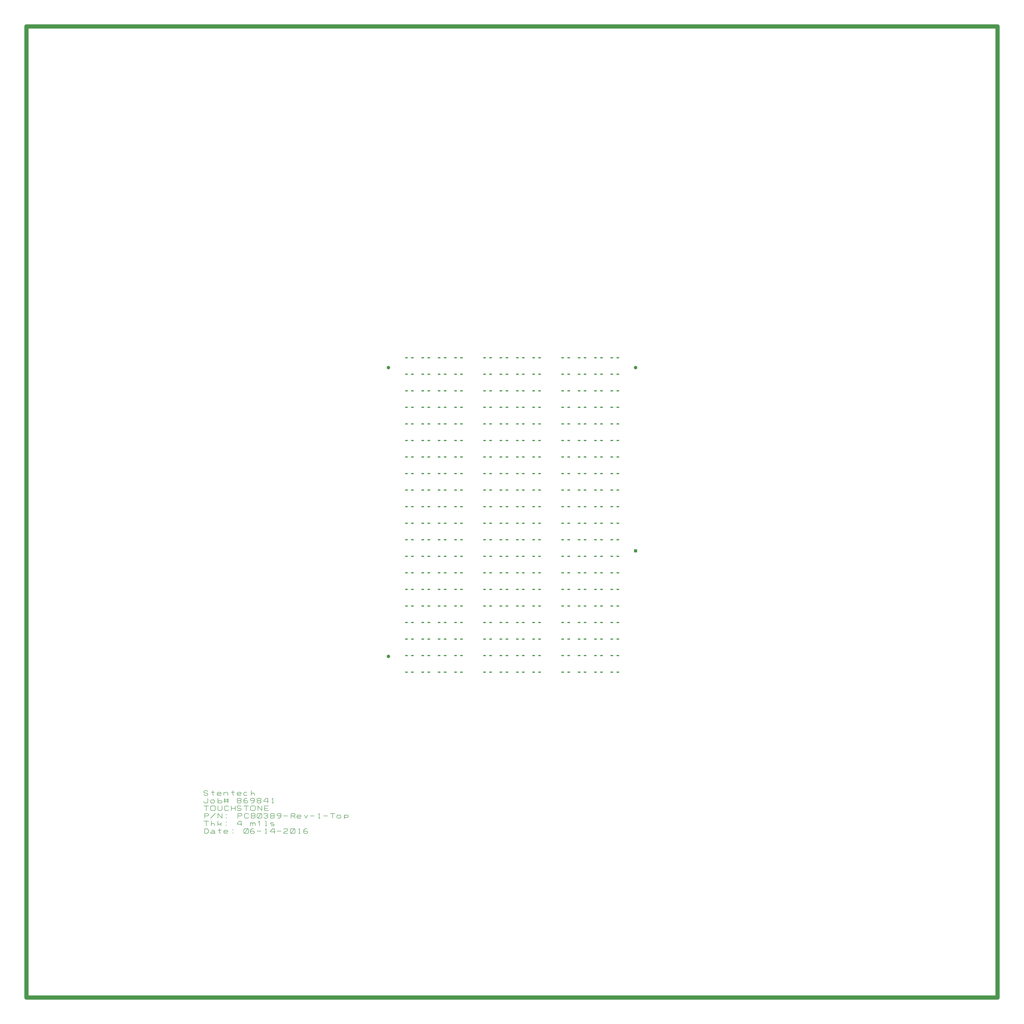
<source format=gbr>
*
%LPD*%
%LNGBR.GBR Top*%
%FSLAX26Y26*%
%MOIN*%
%AD*%
%AD*%
%ADD14R,0.062X0.028*%
%ADD17R,0.075X0.075*%
%ADD18C,0.08*%
%ADD20C,0.1*%
%ADD36C,0.01*%
G54D20*
%SRX1Y1I0.0J0.0*%
G1X-11500000Y-11500000D2*
G1X-11500000Y11500000D1*
G1X11500000Y11500000D1*
G1X11500000Y-11500000D1*
G1X-11500000Y-11500000D1*
G54D18*
G1X-2926800Y3420000D3*
G1X-2926800Y-3420000D3*
G1X2926800Y3420000D3*
G54D17*
G1X2926800Y-920000D3*
G54D14*
G1X-2501700Y3654000D3*
G1X-2359900Y3654000D3*
G1X-1197100Y3654000D3*
G1X-1338900Y3654000D3*
G1X-1584700Y3654000D3*
G1X-1726500Y3654000D3*
G1X-1972300Y3654000D3*
G1X-2114100Y3654000D3*
G1X654100Y3654000D3*
G1X512300Y3654000D3*
G1X266500Y3654000D3*
G1X124700Y3654000D3*
G1X-121100Y3654000D3*
G1X-262900Y3654000D3*
G1X-508700Y3654000D3*
G1X-650500Y3654000D3*
G1X2505300Y3654000D3*
G1X2363500Y3654000D3*
G1X2117700Y3654000D3*
G1X1975900Y3654000D3*
G1X1730100Y3654000D3*
G1X1588300Y3654000D3*
G1X1342500Y3654000D3*
G1X1200700Y3654000D3*
G1X2505300Y3262000D3*
G1X2363500Y3262000D3*
G1X2117700Y3262000D3*
G1X1975900Y3262000D3*
G1X1730100Y3262000D3*
G1X1588300Y3262000D3*
G1X1342500Y3262000D3*
G1X1200700Y3262000D3*
G1X654100Y3262000D3*
G1X512300Y3262000D3*
G1X266500Y3262000D3*
G1X124700Y3262000D3*
G1X-121100Y3262000D3*
G1X-262900Y3262000D3*
G1X-508700Y3262000D3*
G1X-650500Y3262000D3*
G1X-1197100Y3262000D3*
G1X-1338900Y3262000D3*
G1X-1584700Y3262000D3*
G1X-1726500Y3262000D3*
G1X-1972300Y3262000D3*
G1X-2114100Y3262000D3*
G1X-2359900Y3262000D3*
G1X-2501700Y3262000D3*
G1X-1197100Y2870000D3*
G1X-1338900Y2870000D3*
G1X-1584700Y2870000D3*
G1X-1726500Y2870000D3*
G1X-1972300Y2870000D3*
G1X-2114100Y2870000D3*
G1X-2359900Y2870000D3*
G1X-2501700Y2870000D3*
G1X654100Y2870000D3*
G1X512300Y2870000D3*
G1X266500Y2870000D3*
G1X124700Y2870000D3*
G1X-121100Y2870000D3*
G1X-262900Y2870000D3*
G1X-508700Y2870000D3*
G1X-650500Y2870000D3*
G1X2505300Y2870000D3*
G1X2363500Y2870000D3*
G1X2117700Y2870000D3*
G1X1975900Y2870000D3*
G1X1730100Y2870000D3*
G1X1588300Y2870000D3*
G1X1342500Y2870000D3*
G1X1200700Y2870000D3*
G1X2505300Y2478000D3*
G1X2363500Y2478000D3*
G1X2117700Y2478000D3*
G1X1975900Y2478000D3*
G1X1730100Y2478000D3*
G1X1588300Y2478000D3*
G1X1342500Y2478000D3*
G1X1200700Y2478000D3*
G1X654100Y2478000D3*
G1X512300Y2478000D3*
G1X266500Y2478000D3*
G1X124700Y2478000D3*
G1X-121100Y2478000D3*
G1X-262900Y2478000D3*
G1X-508700Y2478000D3*
G1X-650500Y2478000D3*
G1X-1197100Y2478000D3*
G1X-1338900Y2478000D3*
G1X-1584700Y2478000D3*
G1X-1726500Y2478000D3*
G1X-1972300Y2478000D3*
G1X-2114100Y2478000D3*
G1X-2359900Y2478000D3*
G1X-2501700Y2478000D3*
G1X-1197100Y2086000D3*
G1X-1338900Y2086000D3*
G1X-1584700Y2086000D3*
G1X-1726500Y2086000D3*
G1X-1972300Y2086000D3*
G1X-2114100Y2086000D3*
G1X-2359900Y2086000D3*
G1X-2501700Y2086000D3*
G1X654100Y2086000D3*
G1X512300Y2086000D3*
G1X266500Y2086000D3*
G1X124700Y2086000D3*
G1X-121100Y2086000D3*
G1X-262900Y2086000D3*
G1X-508700Y2086000D3*
G1X-650500Y2086000D3*
G1X2505300Y2086000D3*
G1X2363500Y2086000D3*
G1X2117700Y2086000D3*
G1X1975900Y2086000D3*
G1X1730100Y2086000D3*
G1X1588300Y2086000D3*
G1X1342500Y2086000D3*
G1X1200700Y2086000D3*
G1X2505300Y1694000D3*
G1X2363500Y1694000D3*
G1X2117700Y1694000D3*
G1X1975900Y1694000D3*
G1X1730100Y1694000D3*
G1X1588300Y1694000D3*
G1X1342500Y1694000D3*
G1X1200700Y1694000D3*
G1X654100Y1694000D3*
G1X512300Y1694000D3*
G1X266500Y1694000D3*
G1X124700Y1694000D3*
G1X-121100Y1694000D3*
G1X-262900Y1694000D3*
G1X-508700Y1694000D3*
G1X-650500Y1694000D3*
G1X-1197100Y1694000D3*
G1X-1338900Y1694000D3*
G1X-1584700Y1694000D3*
G1X-1726500Y1694000D3*
G1X-1972300Y1694000D3*
G1X-2114100Y1694000D3*
G1X-2359900Y1694000D3*
G1X-2501700Y1694000D3*
G1X-1197100Y1302000D3*
G1X-1338900Y1302000D3*
G1X-1584700Y1302000D3*
G1X-1726500Y1302000D3*
G1X-1972300Y1302000D3*
G1X-2114100Y1302000D3*
G1X-2359900Y1302000D3*
G1X-2501700Y1302000D3*
G1X654100Y1302000D3*
G1X512300Y1302000D3*
G1X266500Y1302000D3*
G1X124700Y1302000D3*
G1X-121100Y1302000D3*
G1X-262900Y1302000D3*
G1X-508700Y1302000D3*
G1X-650500Y1302000D3*
G1X2505300Y1302000D3*
G1X2363500Y1302000D3*
G1X2117700Y1302000D3*
G1X1975900Y1302000D3*
G1X1730100Y1302000D3*
G1X1588300Y1302000D3*
G1X1342500Y1302000D3*
G1X1200700Y1302000D3*
G1X2505300Y910000D3*
G1X2363500Y910000D3*
G1X2117700Y910000D3*
G1X1975900Y910000D3*
G1X1730100Y910000D3*
G1X1588300Y910000D3*
G1X1342500Y910000D3*
G1X1200700Y910000D3*
G1X654100Y910000D3*
G1X512300Y910000D3*
G1X266500Y910000D3*
G1X124700Y910000D3*
G1X-121100Y910000D3*
G1X-262900Y910000D3*
G1X-508700Y910000D3*
G1X-650500Y910000D3*
G1X-1197100Y910000D3*
G1X-1338900Y910000D3*
G1X-1584700Y910000D3*
G1X-1726500Y910000D3*
G1X-1972300Y910000D3*
G1X-2114100Y910000D3*
G1X-2359900Y910000D3*
G1X-2501700Y910000D3*
G1X-1197100Y518000D3*
G1X-1338900Y518000D3*
G1X-1584700Y518000D3*
G1X-1726500Y518000D3*
G1X-1972300Y518000D3*
G1X-2114100Y518000D3*
G1X-2359900Y518000D3*
G1X-2501700Y518000D3*
G1X654100Y518000D3*
G1X512300Y518000D3*
G1X266500Y518000D3*
G1X124700Y518000D3*
G1X-121100Y518000D3*
G1X-262900Y518000D3*
G1X-508700Y518000D3*
G1X-650500Y518000D3*
G1X2505300Y518000D3*
G1X2363500Y518000D3*
G1X2117700Y518000D3*
G1X1975900Y518000D3*
G1X1730100Y518000D3*
G1X1588300Y518000D3*
G1X1342500Y518000D3*
G1X1200700Y518000D3*
G1X2505300Y126000D3*
G1X2363500Y126000D3*
G1X2117700Y126000D3*
G1X1975900Y126000D3*
G1X1730100Y126000D3*
G1X1588300Y126000D3*
G1X1342500Y126000D3*
G1X1200700Y126000D3*
G1X654100Y126000D3*
G1X512300Y126000D3*
G1X266500Y126000D3*
G1X124700Y126000D3*
G1X-121100Y126000D3*
G1X-262900Y126000D3*
G1X-508700Y126000D3*
G1X-650500Y126000D3*
G1X-1197100Y126000D3*
G1X-1338900Y126000D3*
G1X-1584700Y126000D3*
G1X-1726500Y126000D3*
G1X-1972300Y126000D3*
G1X-2114100Y126000D3*
G1X-2359900Y126000D3*
G1X-2501700Y126000D3*
G1X-1197100Y-266000D3*
G1X-1338900Y-266000D3*
G1X-1584700Y-266000D3*
G1X-1726500Y-266000D3*
G1X-1972300Y-266000D3*
G1X-2114100Y-266000D3*
G1X-2359900Y-266000D3*
G1X-2501700Y-266000D3*
G1X654100Y-266000D3*
G1X512300Y-266000D3*
G1X266500Y-266000D3*
G1X124700Y-266000D3*
G1X-121100Y-266000D3*
G1X-262900Y-266000D3*
G1X-508700Y-266000D3*
G1X-650500Y-266000D3*
G1X2505300Y-266000D3*
G1X2363500Y-266000D3*
G1X2117700Y-266000D3*
G1X1975900Y-266000D3*
G1X1730100Y-266000D3*
G1X1588300Y-266000D3*
G1X1342500Y-266000D3*
G1X1200700Y-266000D3*
G1X2505300Y-658000D3*
G1X2363500Y-658000D3*
G1X2117700Y-658000D3*
G1X1975900Y-658000D3*
G1X1730100Y-658000D3*
G1X1588300Y-658000D3*
G1X1342500Y-658000D3*
G1X1200700Y-658000D3*
G1X654100Y-658000D3*
G1X512300Y-658000D3*
G1X266500Y-658000D3*
G1X124700Y-658000D3*
G1X-121100Y-658000D3*
G1X-262900Y-658000D3*
G1X-508700Y-658000D3*
G1X-650500Y-658000D3*
G1X-1197100Y-658000D3*
G1X-1338900Y-658000D3*
G1X-1584700Y-658000D3*
G1X-1726500Y-658000D3*
G1X-1972300Y-658000D3*
G1X-2114100Y-658000D3*
G1X-2359900Y-658000D3*
G1X-2501700Y-658000D3*
G1X-1197100Y-1050000D3*
G1X-1338900Y-1050000D3*
G1X-1584700Y-1050000D3*
G1X-1726500Y-1050000D3*
G1X-1972300Y-1050000D3*
G1X-2114100Y-1050000D3*
G1X-2359900Y-1050000D3*
G1X-2501700Y-1050000D3*
G1X654100Y-1050000D3*
G1X512300Y-1050000D3*
G1X266500Y-1050000D3*
G1X124700Y-1050000D3*
G1X-121100Y-1050000D3*
G1X-262900Y-1050000D3*
G1X-508700Y-1050000D3*
G1X-650500Y-1050000D3*
G1X2505300Y-1050000D3*
G1X2363500Y-1050000D3*
G1X2117700Y-1050000D3*
G1X1975900Y-1050000D3*
G1X1730100Y-1050000D3*
G1X1588300Y-1050000D3*
G1X1342500Y-1050000D3*
G1X1200700Y-1050000D3*
G1X2505300Y-1442000D3*
G1X2363500Y-1442000D3*
G1X1975900Y-1442000D3*
G1X2117700Y-1442000D3*
G1X1730100Y-1442000D3*
G1X1588300Y-1442000D3*
G1X1342500Y-1442000D3*
G1X1200700Y-1442000D3*
G1X654100Y-1442000D3*
G1X512300Y-1442000D3*
G1X266500Y-1442000D3*
G1X124700Y-1442000D3*
G1X-121100Y-1442000D3*
G1X-262900Y-1442000D3*
G1X-508700Y-1442000D3*
G1X-650500Y-1442000D3*
G1X-1197100Y-1442000D3*
G1X-1338900Y-1442000D3*
G1X-1584700Y-1442000D3*
G1X-1726500Y-1442000D3*
G1X-1972300Y-1442000D3*
G1X-2114100Y-1442000D3*
G1X-2359900Y-1442000D3*
G1X-2501700Y-1442000D3*
G1X-1197100Y-1834000D3*
G1X-1338900Y-1834000D3*
G1X-1584700Y-1834000D3*
G1X-1726500Y-1834000D3*
G1X-1972300Y-1834000D3*
G1X-2114100Y-1834000D3*
G1X-2359900Y-1834000D3*
G1X-2501700Y-1834000D3*
G1X654100Y-1834000D3*
G1X512300Y-1834000D3*
G1X266500Y-1834000D3*
G1X124700Y-1834000D3*
G1X-121100Y-1834000D3*
G1X-262900Y-1834000D3*
G1X-508700Y-1834000D3*
G1X-650500Y-1834000D3*
G1X2505300Y-1834000D3*
G1X2363500Y-1834000D3*
G1X2117700Y-1834000D3*
G1X1975900Y-1834000D3*
G1X1730100Y-1834000D3*
G1X1588300Y-1834000D3*
G1X1342500Y-1834000D3*
G1X1200700Y-1834000D3*
G1X2505300Y-2226000D3*
G1X2363500Y-2226000D3*
G1X2117700Y-2226000D3*
G1X1975900Y-2226000D3*
G1X1730100Y-2226000D3*
G1X1588300Y-2226000D3*
G1X1342500Y-2226000D3*
G1X1200700Y-2226000D3*
G1X654100Y-2226000D3*
G1X512300Y-2226000D3*
G1X266500Y-2226000D3*
G1X124700Y-2226000D3*
G1X-121100Y-2226000D3*
G1X-262900Y-2226000D3*
G1X-508700Y-2226000D3*
G1X-650500Y-2226000D3*
G1X-1197100Y-2226000D3*
G1X-1338900Y-2226000D3*
G1X-1584700Y-2226000D3*
G1X-1726500Y-2226000D3*
G1X-1972300Y-2226000D3*
G1X-2114100Y-2226000D3*
G1X-2359900Y-2226000D3*
G1X-2501700Y-2226000D3*
G1X-1197100Y-2618000D3*
G1X-1338900Y-2618000D3*
G1X-1584700Y-2618000D3*
G1X-1726500Y-2618000D3*
G1X-1972300Y-2618000D3*
G1X-2114100Y-2618000D3*
G1X-2359900Y-2618000D3*
G1X-2501700Y-2618000D3*
G1X654100Y-2618000D3*
G1X512300Y-2618000D3*
G1X266500Y-2618000D3*
G1X124700Y-2618000D3*
G1X-121100Y-2618000D3*
G1X-262900Y-2618000D3*
G1X-508700Y-2618000D3*
G1X-650500Y-2618000D3*
G1X2505300Y-2618000D3*
G1X2363500Y-2618000D3*
G1X2117700Y-2618000D3*
G1X1975900Y-2618000D3*
G1X1730100Y-2618000D3*
G1X1588300Y-2618000D3*
G1X1342500Y-2618000D3*
G1X1200700Y-2618000D3*
G1X2505300Y-3010000D3*
G1X2363500Y-3010000D3*
G1X2117700Y-3010000D3*
G1X1975900Y-3010000D3*
G1X1730100Y-3010000D3*
G1X1588300Y-3010000D3*
G1X1342500Y-3010000D3*
G1X1200700Y-3010000D3*
G1X654100Y-3010000D3*
G1X512300Y-3010000D3*
G1X266500Y-3010000D3*
G1X124700Y-3010000D3*
G1X-121100Y-3010000D3*
G1X-262900Y-3010000D3*
G1X-508700Y-3010000D3*
G1X-650500Y-3010000D3*
G1X-1197100Y-3010000D3*
G1X-1338900Y-3010000D3*
G1X-1584700Y-3010000D3*
G1X-1726500Y-3010000D3*
G1X-1972300Y-3010000D3*
G1X-2114100Y-3010000D3*
G1X-2359900Y-3010000D3*
G1X-2501700Y-3010000D3*
G1X-1197100Y-3402000D3*
G1X-1338900Y-3402000D3*
G1X-1584700Y-3402000D3*
G1X-1726500Y-3402000D3*
G1X-1972300Y-3402000D3*
G1X-2114100Y-3402000D3*
G1X-2359900Y-3402000D3*
G1X-2501700Y-3402000D3*
G1X654100Y-3402000D3*
G1X512300Y-3402000D3*
G1X266500Y-3402000D3*
G1X124700Y-3402000D3*
G1X-121100Y-3402000D3*
G1X-262900Y-3402000D3*
G1X-508700Y-3402000D3*
G1X-650500Y-3402000D3*
G1X2505300Y-3402000D3*
G1X2363500Y-3402000D3*
G1X2117700Y-3402000D3*
G1X1975900Y-3402000D3*
G1X1730100Y-3402000D3*
G1X1588300Y-3402000D3*
G1X1342500Y-3402000D3*
G1X1200700Y-3402000D3*
G1X2505300Y-3794000D3*
G1X2363500Y-3794000D3*
G1X2117700Y-3794000D3*
G1X1975900Y-3794000D3*
G1X1730100Y-3794000D3*
G1X1588300Y-3794000D3*
G1X1342500Y-3794000D3*
G1X1200700Y-3794000D3*
G1X654100Y-3794000D3*
G1X512300Y-3794000D3*
G1X266500Y-3794000D3*
G1X124700Y-3794000D3*
G1X-121100Y-3794000D3*
G1X-262900Y-3794000D3*
G1X-508700Y-3794000D3*
G1X-650500Y-3794000D3*
G1X-1197100Y-3794000D3*
G1X-1338900Y-3794000D3*
G1X-1584700Y-3794000D3*
G1X-1726500Y-3794000D3*
G1X-1972300Y-3794000D3*
G1X-2114100Y-3794000D3*
G1X-2359900Y-3794000D3*
G1X-2501700Y-3794000D3*
G1X-7206250Y-6618750D2*
G54D36*
G1X-7225000Y-6600000D1*
G1X-7281250Y-6600000D1*
G1X-7300000Y-6618750D1*
G1X-7300000Y-6637500D1*
G1X-7206250Y-6675000D2*
G1X-7206250Y-6693750D1*
G1X-7225000Y-6712500D1*
G1X-7281250Y-6712500D1*
G1X-7300000Y-6693750D1*
G1X-7300000Y-6637500D2*
G1X-7281250Y-6656250D1*
G1X-7225000Y-6656250D1*
G1X-7206250Y-6675000D1*
G1X-7086250Y-6600000D2*
G1X-7086250Y-6693750D1*
G1X-7067500Y-6712500D1*
G1X-7048750Y-6637500D2*
G1X-7123750Y-6637500D1*
G1X-6891250Y-6675000D2*
G1X-6891250Y-6656250D1*
G1X-6910000Y-6637500D1*
G1X-6966250Y-6637500D1*
G1X-6985000Y-6656250D1*
G1X-6985000Y-6693750D1*
G1X-6966250Y-6712500D1*
G1X-6891250Y-6675000D2*
G1X-6985000Y-6675000D1*
G1X-6966250Y-6712500D2*
G1X-6891250Y-6712500D1*
G1X-6827500Y-6712500D2*
G1X-6827500Y-6637500D1*
G1X-6752500Y-6637500D2*
G1X-6733750Y-6656250D1*
G1X-6733750Y-6712500D1*
G1X-6752500Y-6637500D2*
G1X-6790000Y-6637500D1*
G1X-6827500Y-6656250D1*
G1X-6613750Y-6600000D2*
G1X-6613750Y-6693750D1*
G1X-6595000Y-6712500D1*
G1X-6576250Y-6637500D2*
G1X-6651250Y-6637500D1*
G1X-6418750Y-6675000D2*
G1X-6418750Y-6656250D1*
G1X-6437500Y-6637500D1*
G1X-6493750Y-6637500D1*
G1X-6512500Y-6656250D1*
G1X-6512500Y-6693750D1*
G1X-6493750Y-6712500D1*
G1X-6418750Y-6675000D2*
G1X-6512500Y-6675000D1*
G1X-6493750Y-6712500D2*
G1X-6418750Y-6712500D1*
G1X-6280000Y-6637500D2*
G1X-6336250Y-6637500D1*
G1X-6355000Y-6656250D1*
G1X-6355000Y-6693750D1*
G1X-6336250Y-6712500D1*
G1X-6280000Y-6712500D1*
G1X-6178750Y-6600000D2*
G1X-6178750Y-6712500D1*
G1X-6178750Y-6675000D2*
G1X-6160000Y-6656250D1*
G1X-6122500Y-6656250D1*
G1X-6103750Y-6675000D1*
G1X-6103750Y-6712500D1*
G1X-7206250Y-6780000D2*
G1X-7206250Y-6873750D1*
G1X-7225000Y-6892500D1*
G1X-7281250Y-6892500D1*
G1X-7300000Y-6873750D1*
G1X-7300000Y-6855000D1*
G1X-7123750Y-6817500D2*
G1X-7067500Y-6817500D1*
G1X-7048750Y-6836250D1*
G1X-7048750Y-6873750D1*
G1X-7067500Y-6892500D1*
G1X-7123750Y-6892500D1*
G1X-7142500Y-6873750D1*
G1X-7142500Y-6836250D1*
G1X-7123750Y-6817500D1*
G1X-6966250Y-6780000D2*
G1X-6966250Y-6892500D1*
G1X-6891250Y-6836250D2*
G1X-6872500Y-6855000D1*
G1X-6872500Y-6873750D1*
G1X-6891250Y-6892500D1*
G1X-6947500Y-6892500D1*
G1X-6966250Y-6873750D1*
G1X-6891250Y-6836250D2*
G1X-6947500Y-6836250D1*
G1X-6966250Y-6855000D1*
G1X-6808750Y-6892500D2*
G1X-6808750Y-6780000D1*
G1X-6733750Y-6780000D2*
G1X-6733750Y-6892500D1*
G1X-6827500Y-6817500D2*
G1X-6715000Y-6817500D1*
G1X-6827500Y-6855000D2*
G1X-6715000Y-6855000D1*
G1X-6493750Y-6780000D2*
G1X-6437500Y-6780000D1*
G1X-6418750Y-6798750D1*
G1X-6418750Y-6817500D1*
G1X-6437500Y-6836250D1*
G1X-6418750Y-6855000D1*
G1X-6418750Y-6873750D1*
G1X-6437500Y-6892500D1*
G1X-6493750Y-6892500D1*
G1X-6512500Y-6873750D1*
G1X-6512500Y-6855000D1*
G1X-6493750Y-6836250D1*
G1X-6512500Y-6817500D1*
G1X-6512500Y-6798750D1*
G1X-6493750Y-6780000D1*
G1X-6493750Y-6836250D2*
G1X-6437500Y-6836250D1*
G1X-6280000Y-6780000D2*
G1X-6317500Y-6780000D1*
G1X-6355000Y-6817500D1*
G1X-6355000Y-6873750D1*
G1X-6336250Y-6892500D1*
G1X-6280000Y-6892500D1*
G1X-6261250Y-6873750D1*
G1X-6261250Y-6855000D1*
G1X-6280000Y-6836250D1*
G1X-6336250Y-6836250D1*
G1X-6355000Y-6855000D1*
G1X-6122500Y-6836250D2*
G1X-6178750Y-6836250D1*
G1X-6197500Y-6817500D1*
G1X-6197500Y-6798750D1*
G1X-6178750Y-6780000D1*
G1X-6122500Y-6780000D1*
G1X-6103750Y-6798750D1*
G1X-6103750Y-6855000D1*
G1X-6141250Y-6892500D1*
G1X-6178750Y-6892500D1*
G1X-6122500Y-6836250D2*
G1X-6103750Y-6817500D1*
G1X-6021250Y-6780000D2*
G1X-5965000Y-6780000D1*
G1X-5946250Y-6798750D1*
G1X-5946250Y-6817500D1*
G1X-5965000Y-6836250D1*
G1X-5946250Y-6855000D1*
G1X-5946250Y-6873750D1*
G1X-5965000Y-6892500D1*
G1X-6021250Y-6892500D1*
G1X-6040000Y-6873750D1*
G1X-6040000Y-6855000D1*
G1X-6021250Y-6836250D1*
G1X-6040000Y-6817500D1*
G1X-6040000Y-6798750D1*
G1X-6021250Y-6780000D1*
G1X-6021250Y-6836250D2*
G1X-5965000Y-6836250D1*
G1X-5826250Y-6780000D2*
G1X-5788750Y-6780000D1*
G1X-5788750Y-6892500D1*
G1X-5826250Y-6780000D2*
G1X-5882500Y-6836250D1*
G1X-5882500Y-6855000D1*
G1X-5770000Y-6855000D1*
G1X-5668750Y-6780000D2*
G1X-5668750Y-6892500D1*
G1X-5687500Y-6892500D2*
G1X-5650000Y-6892500D1*
G1X-5668750Y-6780000D2*
G1X-5687500Y-6798750D1*
G1X-7243750Y-6960000D2*
G1X-7243750Y-7072500D1*
G1X-7300000Y-6960000D2*
G1X-7187500Y-6960000D1*
G1X-7123750Y-6960000D2*
G1X-7142500Y-6978750D1*
G1X-7142500Y-7053750D1*
G1X-7123750Y-7072500D1*
G1X-7048750Y-7072500D1*
G1X-7030000Y-7053750D1*
G1X-7030000Y-6978750D1*
G1X-7048750Y-6960000D1*
G1X-7123750Y-6960000D1*
G1X-6966250Y-6960000D2*
G1X-6966250Y-7053750D1*
G1X-6947500Y-7072500D1*
G1X-6891250Y-7072500D1*
G1X-6872500Y-7053750D1*
G1X-6872500Y-6960000D1*
G1X-6715000Y-6978750D2*
G1X-6733750Y-6960000D1*
G1X-6790000Y-6960000D1*
G1X-6790000Y-7072500D2*
G1X-6733750Y-7072500D1*
G1X-6715000Y-7053750D1*
G1X-6808750Y-6978750D2*
G1X-6808750Y-7053750D1*
G1X-6790000Y-6960000D2*
G1X-6808750Y-6978750D1*
G1X-6808750Y-7053750D2*
G1X-6790000Y-7072500D1*
G1X-6651250Y-6960000D2*
G1X-6651250Y-7072500D1*
G1X-6557500Y-6960000D2*
G1X-6557500Y-7072500D1*
G1X-6557500Y-7016250D2*
G1X-6651250Y-7016250D1*
G1X-6418750Y-6978750D2*
G1X-6437500Y-6960000D1*
G1X-6493750Y-6960000D1*
G1X-6512500Y-6978750D1*
G1X-6512500Y-6997500D1*
G1X-6418750Y-7035000D2*
G1X-6418750Y-7053750D1*
G1X-6437500Y-7072500D1*
G1X-6493750Y-7072500D1*
G1X-6512500Y-7053750D1*
G1X-6512500Y-6997500D2*
G1X-6493750Y-7016250D1*
G1X-6437500Y-7016250D1*
G1X-6418750Y-7035000D1*
G1X-6298750Y-6960000D2*
G1X-6298750Y-7072500D1*
G1X-6355000Y-6960000D2*
G1X-6242500Y-6960000D1*
G1X-6178750Y-6960000D2*
G1X-6197500Y-6978750D1*
G1X-6197500Y-7053750D1*
G1X-6178750Y-7072500D1*
G1X-6103750Y-7072500D1*
G1X-6085000Y-7053750D1*
G1X-6085000Y-6978750D1*
G1X-6103750Y-6960000D1*
G1X-6178750Y-6960000D1*
G1X-6021250Y-6960000D2*
G1X-6021250Y-7072500D1*
G1X-5927500Y-6960000D2*
G1X-5927500Y-7072500D1*
G1X-6021250Y-6960000D2*
G1X-5927500Y-7072500D1*
G1X-5863750Y-6960000D2*
G1X-5863750Y-7072500D1*
G1X-5863750Y-6960000D2*
G1X-5770000Y-6960000D1*
G1X-5863750Y-7072500D2*
G1X-5770000Y-7072500D1*
G1X-5863750Y-7016250D2*
G1X-5788750Y-7016250D1*
G1X-7206250Y-7140000D2*
G1X-7187500Y-7158750D1*
G1X-7187500Y-7177500D1*
G1X-7206250Y-7196250D1*
G1X-7281250Y-7140000D2*
G1X-7281250Y-7252500D1*
G1X-7206250Y-7140000D2*
G1X-7281250Y-7140000D1*
G1X-7206250Y-7196250D2*
G1X-7281250Y-7196250D1*
G1X-7030000Y-7140000D2*
G1X-7142500Y-7252500D1*
G1X-6966250Y-7140000D2*
G1X-6966250Y-7252500D1*
G1X-6872500Y-7140000D2*
G1X-6872500Y-7252500D1*
G1X-6966250Y-7140000D2*
G1X-6872500Y-7252500D1*
G1X-6771250Y-7158750D2*
G1X-6771250Y-7177500D1*
G1X-6771250Y-7233750D2*
G1X-6771250Y-7252500D1*
G1X-6418750Y-7140000D2*
G1X-6400000Y-7158750D1*
G1X-6400000Y-7177500D1*
G1X-6418750Y-7196250D1*
G1X-6493750Y-7140000D2*
G1X-6493750Y-7252500D1*
G1X-6418750Y-7140000D2*
G1X-6493750Y-7140000D1*
G1X-6418750Y-7196250D2*
G1X-6493750Y-7196250D1*
G1X-6242500Y-7158750D2*
G1X-6261250Y-7140000D1*
G1X-6317500Y-7140000D1*
G1X-6317500Y-7252500D2*
G1X-6261250Y-7252500D1*
G1X-6242500Y-7233750D1*
G1X-6336250Y-7158750D2*
G1X-6336250Y-7233750D1*
G1X-6317500Y-7140000D2*
G1X-6336250Y-7158750D1*
G1X-6336250Y-7233750D2*
G1X-6317500Y-7252500D1*
G1X-6103750Y-7140000D2*
G1X-6085000Y-7158750D1*
G1X-6085000Y-7177500D1*
G1X-6103750Y-7196250D1*
G1X-6085000Y-7215000D1*
G1X-6085000Y-7233750D1*
G1X-6103750Y-7252500D1*
G1X-6178750Y-7140000D2*
G1X-6178750Y-7252500D1*
G1X-6103750Y-7196250D2*
G1X-6178750Y-7196250D1*
G1X-6178750Y-7140000D2*
G1X-6103750Y-7140000D1*
G1X-6103750Y-7252500D2*
G1X-6178750Y-7252500D1*
G1X-6021250Y-7140000D2*
G1X-5946250Y-7140000D1*
G1X-5927500Y-7158750D1*
G1X-5927500Y-7233750D1*
G1X-5946250Y-7252500D1*
G1X-6021250Y-7252500D1*
G1X-6040000Y-7233750D1*
G1X-6040000Y-7158750D1*
G1X-6021250Y-7140000D1*
G1X-5946250Y-7140000D2*
G1X-6021250Y-7252500D1*
G1X-5882500Y-7158750D2*
G1X-5863750Y-7140000D1*
G1X-5807500Y-7140000D1*
G1X-5788750Y-7158750D1*
G1X-5788750Y-7177500D1*
G1X-5807500Y-7196250D1*
G1X-5845000Y-7196250D2*
G1X-5807500Y-7196250D1*
G1X-5788750Y-7215000D1*
G1X-5788750Y-7233750D1*
G1X-5807500Y-7252500D1*
G1X-5863750Y-7252500D1*
G1X-5882500Y-7233750D1*
G1X-5706250Y-7140000D2*
G1X-5650000Y-7140000D1*
G1X-5631250Y-7158750D1*
G1X-5631250Y-7177500D1*
G1X-5650000Y-7196250D1*
G1X-5631250Y-7215000D1*
G1X-5631250Y-7233750D1*
G1X-5650000Y-7252500D1*
G1X-5706250Y-7252500D1*
G1X-5725000Y-7233750D1*
G1X-5725000Y-7215000D1*
G1X-5706250Y-7196250D1*
G1X-5725000Y-7177500D1*
G1X-5725000Y-7158750D1*
G1X-5706250Y-7140000D1*
G1X-5706250Y-7196250D2*
G1X-5650000Y-7196250D1*
G1X-5492500Y-7196250D2*
G1X-5548750Y-7196250D1*
G1X-5567500Y-7177500D1*
G1X-5567500Y-7158750D1*
G1X-5548750Y-7140000D1*
G1X-5492500Y-7140000D1*
G1X-5473750Y-7158750D1*
G1X-5473750Y-7215000D1*
G1X-5511250Y-7252500D1*
G1X-5548750Y-7252500D1*
G1X-5492500Y-7196250D2*
G1X-5473750Y-7177500D1*
G1X-5410000Y-7196250D2*
G1X-5316250Y-7196250D1*
G1X-5158750Y-7140000D2*
G1X-5140000Y-7158750D1*
G1X-5140000Y-7177500D1*
G1X-5158750Y-7196250D1*
G1X-5233750Y-7140000D2*
G1X-5233750Y-7252500D1*
G1X-5233750Y-7140000D2*
G1X-5158750Y-7140000D1*
G1X-5158750Y-7196250D2*
G1X-5233750Y-7196250D1*
G1X-5177500Y-7196250D2*
G1X-5140000Y-7252500D1*
G1X-5001250Y-7215000D2*
G1X-5001250Y-7196250D1*
G1X-5020000Y-7177500D1*
G1X-5076250Y-7177500D1*
G1X-5095000Y-7196250D1*
G1X-5095000Y-7233750D1*
G1X-5076250Y-7252500D1*
G1X-5001250Y-7215000D2*
G1X-5095000Y-7215000D1*
G1X-5076250Y-7252500D2*
G1X-5001250Y-7252500D1*
G1X-4881250Y-7252500D2*
G1X-4918750Y-7177500D1*
G1X-4881250Y-7252500D2*
G1X-4843750Y-7177500D1*
G1X-4780000Y-7196250D2*
G1X-4686250Y-7196250D1*
G1X-4566250Y-7140000D2*
G1X-4566250Y-7252500D1*
G1X-4585000Y-7252500D2*
G1X-4547500Y-7252500D1*
G1X-4566250Y-7140000D2*
G1X-4585000Y-7158750D1*
G1X-4465000Y-7196250D2*
G1X-4371250Y-7196250D1*
G1X-4251250Y-7140000D2*
G1X-4251250Y-7252500D1*
G1X-4307500Y-7140000D2*
G1X-4195000Y-7140000D1*
G1X-4131250Y-7177500D2*
G1X-4075000Y-7177500D1*
G1X-4056250Y-7196250D1*
G1X-4056250Y-7233750D1*
G1X-4075000Y-7252500D1*
G1X-4131250Y-7252500D1*
G1X-4150000Y-7233750D1*
G1X-4150000Y-7196250D1*
G1X-4131250Y-7177500D1*
G1X-3973750Y-7177500D2*
G1X-3973750Y-7271250D1*
G1X-3898750Y-7177500D2*
G1X-3880000Y-7196250D1*
G1X-3880000Y-7215000D1*
G1X-3898750Y-7233750D1*
G1X-3955000Y-7233750D1*
G1X-3898750Y-7177500D2*
G1X-3955000Y-7177500D1*
G1X-3973750Y-7196250D1*
G1X-3955000Y-7233750D2*
G1X-3973750Y-7215000D1*
G1X-7243750Y-7320000D2*
G1X-7243750Y-7432500D1*
G1X-7300000Y-7320000D2*
G1X-7187500Y-7320000D1*
G1X-7123750Y-7320000D2*
G1X-7123750Y-7432500D1*
G1X-7123750Y-7395000D2*
G1X-7105000Y-7376250D1*
G1X-7067500Y-7376250D1*
G1X-7048750Y-7395000D1*
G1X-7048750Y-7432500D1*
G1X-6966250Y-7320000D2*
G1X-6966250Y-7432500D1*
G1X-6891250Y-7376250D2*
G1X-6891250Y-7357500D1*
G1X-6891250Y-7413750D2*
G1X-6891250Y-7432500D1*
G1X-6891250Y-7376250D2*
G1X-6928750Y-7395000D1*
G1X-6966250Y-7395000D1*
G1X-6891250Y-7413750D2*
G1X-6928750Y-7395000D1*
G1X-6771250Y-7338750D2*
G1X-6771250Y-7357500D1*
G1X-6771250Y-7413750D2*
G1X-6771250Y-7432500D1*
G1X-6456250Y-7320000D2*
G1X-6418750Y-7320000D1*
G1X-6418750Y-7432500D1*
G1X-6456250Y-7320000D2*
G1X-6512500Y-7376250D1*
G1X-6512500Y-7395000D1*
G1X-6400000Y-7395000D1*
G1X-6160000Y-7357500D2*
G1X-6141250Y-7376250D1*
G1X-6141250Y-7432500D1*
G1X-6141250Y-7376250D2*
G1X-6122500Y-7357500D1*
G1X-6103750Y-7357500D1*
G1X-6085000Y-7376250D1*
G1X-6085000Y-7432500D1*
G1X-6178750Y-7357500D2*
G1X-6160000Y-7357500D1*
G1X-6178750Y-7357500D2*
G1X-6197500Y-7376250D1*
G1X-6197500Y-7432500D2*
G1X-6197500Y-7357500D1*
G1X-5983750Y-7320000D2*
G1X-5983750Y-7338750D1*
G1X-6002500Y-7357500D2*
G1X-5983750Y-7357500D1*
G1X-5983750Y-7432500D1*
G1X-5983750Y-7320000D2*
G1X-6002500Y-7320000D1*
G1X-6002500Y-7338750D1*
G1X-5983750Y-7338750D1*
G1X-5826250Y-7320000D2*
G1X-5826250Y-7432500D1*
G1X-5826250Y-7320000D2*
G1X-5845000Y-7320000D1*
G1X-5845000Y-7432500D2*
G1X-5807500Y-7432500D1*
G1X-5706250Y-7357500D2*
G1X-5725000Y-7376250D1*
G1X-5706250Y-7395000D1*
G1X-5650000Y-7395000D1*
G1X-5631250Y-7413750D1*
G1X-5650000Y-7432500D1*
G1X-5706250Y-7357500D2*
G1X-5650000Y-7357500D1*
G1X-5706250Y-7432500D2*
G1X-5650000Y-7432500D1*
G1X-7225000Y-7500000D2*
G1X-7187500Y-7537500D1*
G1X-7187500Y-7575000D1*
G1X-7225000Y-7612500D1*
G1X-7281250Y-7500000D2*
G1X-7281250Y-7612500D1*
G1X-7281250Y-7500000D2*
G1X-7225000Y-7500000D1*
G1X-7225000Y-7612500D2*
G1X-7281250Y-7612500D1*
G1X-7123750Y-7537500D2*
G1X-7067500Y-7537500D1*
G1X-7048750Y-7556250D1*
G1X-7048750Y-7612500D1*
G1X-7030000Y-7612500D1*
G1X-7123750Y-7575000D2*
G1X-7142500Y-7593750D1*
G1X-7123750Y-7612500D1*
G1X-7123750Y-7575000D2*
G1X-7048750Y-7575000D1*
G1X-7048750Y-7593750D2*
G1X-7067500Y-7612500D1*
G1X-7123750Y-7612500D1*
G1X-6928750Y-7500000D2*
G1X-6928750Y-7593750D1*
G1X-6910000Y-7612500D1*
G1X-6891250Y-7537500D2*
G1X-6966250Y-7537500D1*
G1X-6733750Y-7575000D2*
G1X-6733750Y-7556250D1*
G1X-6752500Y-7537500D1*
G1X-6808750Y-7537500D1*
G1X-6827500Y-7556250D1*
G1X-6827500Y-7593750D1*
G1X-6808750Y-7612500D1*
G1X-6733750Y-7575000D2*
G1X-6827500Y-7575000D1*
G1X-6808750Y-7612500D2*
G1X-6733750Y-7612500D1*
G1X-6613750Y-7518750D2*
G1X-6613750Y-7537500D1*
G1X-6613750Y-7593750D2*
G1X-6613750Y-7612500D1*
G1X-6336250Y-7500000D2*
G1X-6261250Y-7500000D1*
G1X-6242500Y-7518750D1*
G1X-6242500Y-7593750D1*
G1X-6261250Y-7612500D1*
G1X-6336250Y-7612500D1*
G1X-6355000Y-7593750D1*
G1X-6355000Y-7518750D1*
G1X-6336250Y-7500000D1*
G1X-6261250Y-7500000D2*
G1X-6336250Y-7612500D1*
G1X-6122500Y-7500000D2*
G1X-6160000Y-7500000D1*
G1X-6197500Y-7537500D1*
G1X-6197500Y-7593750D1*
G1X-6178750Y-7612500D1*
G1X-6122500Y-7612500D1*
G1X-6103750Y-7593750D1*
G1X-6103750Y-7575000D1*
G1X-6122500Y-7556250D1*
G1X-6178750Y-7556250D1*
G1X-6197500Y-7575000D1*
G1X-6040000Y-7556250D2*
G1X-5946250Y-7556250D1*
G1X-5826250Y-7500000D2*
G1X-5826250Y-7612500D1*
G1X-5845000Y-7612500D2*
G1X-5807500Y-7612500D1*
G1X-5826250Y-7500000D2*
G1X-5845000Y-7518750D1*
G1X-5668750Y-7500000D2*
G1X-5631250Y-7500000D1*
G1X-5631250Y-7612500D1*
G1X-5668750Y-7500000D2*
G1X-5725000Y-7556250D1*
G1X-5725000Y-7575000D1*
G1X-5612500Y-7575000D1*
G1X-5567500Y-7556250D2*
G1X-5473750Y-7556250D1*
G1X-5410000Y-7518750D2*
G1X-5391250Y-7500000D1*
G1X-5335000Y-7500000D1*
G1X-5316250Y-7518750D1*
G1X-5316250Y-7537500D1*
G1X-5335000Y-7556250D1*
G1X-5391250Y-7575000D1*
G1X-5410000Y-7593750D1*
G1X-5410000Y-7612500D1*
G1X-5316250Y-7612500D1*
G1X-5233750Y-7500000D2*
G1X-5158750Y-7500000D1*
G1X-5140000Y-7518750D1*
G1X-5140000Y-7593750D1*
G1X-5158750Y-7612500D1*
G1X-5233750Y-7612500D1*
G1X-5252500Y-7593750D1*
G1X-5252500Y-7518750D1*
G1X-5233750Y-7500000D1*
G1X-5158750Y-7500000D2*
G1X-5233750Y-7612500D1*
G1X-5038750Y-7500000D2*
G1X-5038750Y-7612500D1*
G1X-5057500Y-7612500D2*
G1X-5020000Y-7612500D1*
G1X-5038750Y-7500000D2*
G1X-5057500Y-7518750D1*
G1X-4862500Y-7500000D2*
G1X-4900000Y-7500000D1*
G1X-4937500Y-7537500D1*
G1X-4937500Y-7593750D1*
G1X-4918750Y-7612500D1*
G1X-4862500Y-7612500D1*
G1X-4843750Y-7593750D1*
G1X-4843750Y-7575000D1*
G1X-4862500Y-7556250D1*
G1X-4918750Y-7556250D1*
G1X-4937500Y-7575000D1*
M2*

</source>
